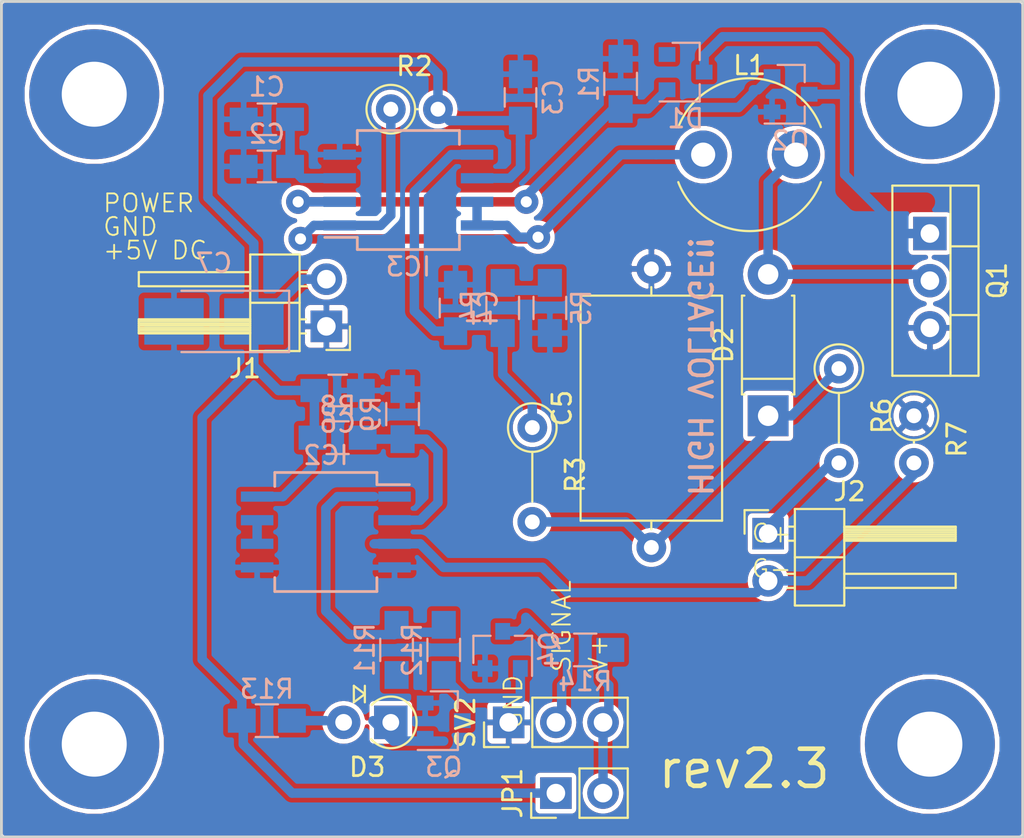
<source format=kicad_pcb>
(kicad_pcb (version 20171130) (host pcbnew "(5.0.0)")
  (layers (0 Top signal) (31 Bottom signal) (34 B.Paste user) (35 F.Paste user) (36 B.SilkS user) (37 F.SilkS user) (38 B.Mask user) (39 F.Mask user) (44 Edge.Cuts user))
  (net 0 "")
  (net 1 "Net-(Q4-Pad1)")
  (net 2 "Net-(Q4-Pad3)")
  (net 3 "Net-(Q3-Pad1)")
  (net 4 "Net-(C3-Pad1)")
  (net 5 "Net-(IC2-Pad1)")
  (net 6 "Net-(JP1-Pad2)")
  (net 7 "Net-(C5-Pad1)")
  (net 8 "Net-(C4-Pad1)")
  (net 9 "Net-(R4-Pad1)")
  (net 10 "Net-(IC2-Pad3)")
  (net 11 "Net-(D1-Pad1)")
  (net 12 "Net-(IC2-Pad6)")
  (net 13 "Net-(IC2-Pad2)")
  (net 14 "Net-(J2-Pad1)")
  (net 15 "Net-(IC3-Pad1)")
  (net 16 "Net-(C1-Pad1)")
  (net 17 GND)
  (net 18 "Net-(D3-Pad2)")
  (net 19 "Net-(D3-Pad1)")
  (net 20 "Net-(D1-Pad2)")
  (net 21 "Net-(D2-Pad2)")
  (module Housings_SOIC:SO-8_5.3x6.2mm_Pitch1.27mm (layer Bottom) (at 141.9161 95.1586)
    (fp_text reference IC3 (at 0 4.13) (layer B.SilkS) (effects (justify mirror)))
    (fp_text value MC34063AD)
    (fp_line (start -2.75 3.205) (end -2.75 2.55) (layer B.SilkS) (width 0.15))
    (fp_line (start 2.75 3.205) (end 2.75 2.455) (layer B.SilkS) (width 0.15))
    (fp_line (start 2.75 -3.205) (end 2.75 -2.455) (layer B.SilkS) (width 0.15))
    (fp_line (start -2.75 -3.205) (end -2.75 -2.455) (layer B.SilkS) (width 0.15))
    (fp_line (start -2.75 3.205) (end 2.75 3.205) (layer B.SilkS) (width 0.15))
    (fp_line (start -2.75 -3.205) (end 2.75 -3.205) (layer B.SilkS) (width 0.15))
    (fp_line (start -2.75 2.55) (end -4.5 2.55) (layer B.SilkS) (width 0.15))
    (pad 1 smd rect (at -3.7 1.905) (size 1.75 0.55) (layers Bottom B.Paste B.Mask) (net 15 "Net-(IC3-Pad1)"))
    (pad 2 smd rect (at -3.7 0.635) (size 1.75 0.55) (layers Bottom B.Paste B.Mask) (net 20 "Net-(D1-Pad2)"))
    (pad 3 smd rect (at -3.7 -0.635) (size 1.75 0.55) (layers Bottom B.Paste B.Mask) (net 16 "Net-(C1-Pad1)"))
    (pad 4 smd rect (at -3.7 -1.905) (size 1.75 0.55) (layers Bottom B.Paste B.Mask) (net 17 GND))
    (pad 5 smd rect (at 3.7 -1.905) (size 1.75 0.55) (layers Bottom B.Paste B.Mask) (net 8 "Net-(C4-Pad1)"))
    (pad 6 smd rect (at 3.7 -0.635) (size 1.75 0.55) (layers Bottom B.Paste B.Mask) (net 4 "Net-(C3-Pad1)"))
    (pad 7 smd rect (at 3.7 0.635) (size 1.75 0.55) (layers Bottom B.Paste B.Mask) (net 15 "Net-(IC3-Pad1)"))
    (pad 8 smd rect (at 3.7 1.905) (size 1.75 0.55) (layers Bottom B.Paste B.Mask) (net 15 "Net-(IC3-Pad1)"))
  )
  (module Mounting_Holes:MountingHole_3.5mm_Pad (layer Top) (at 170 90)
    (fp_text reference REF** hide)
    (fp_text value MountingHole_3.5mm_Pad)
    (pad 1 thru_hole circle (at 0 0) (size 7 7) (drill 3.5) (layers *.Cu *.Mask))
  )
  (module Mounting_Holes:MountingHole_3.5mm_Pad (layer Top) (at 125 90)
    (fp_text reference REF** hide)
    (fp_text value MountingHole_3.5mm_Pad)
    (pad 1 thru_hole circle (at 0 0) (size 7 7) (drill 3.5) (layers *.Cu *.Mask))
  )
  (module Mounting_Holes:MountingHole_3.5mm_Pad (layer Top) (at 170 125)
    (fp_text reference REF** hide)
    (fp_text value MountingHole_3.5mm_Pad)
    (pad 1 thru_hole circle (at 0 0) (size 7 7) (drill 3.5) (layers *.Cu *.Mask))
  )
  (module Capacitors_Tantalum_SMD:CP_Tantalum_Case-B_EIA-3528-21_Hand (layer Bottom) (at 131.445 102.235 180)
    (fp_text reference C7 (at 0 3.15 180) (layer B.SilkS) (effects (justify mirror)))
    (fp_text value 330u)
    (fp_line (start -4.05 1.65) (end -4.05 -1.65) (layer B.SilkS) (width 0.12))
    (fp_line (start -4.05 -1.65) (end 1.75 -1.65) (layer B.SilkS) (width 0.12))
    (fp_line (start -4.05 1.65) (end 1.75 1.65) (layer B.SilkS) (width 0.12))
    (pad 2 smd rect (at 2.15 0 180) (size 3.2 2.5) (layers Bottom B.Paste B.Mask) (net 17 GND))
    (pad 1 smd rect (at -2.15 0 180) (size 3.2 2.5) (layers Bottom B.Paste B.Mask) (net 4 "Net-(C3-Pad1)"))
  )
  (module Capacitors_SMD:C_0805_HandSoldering (layer Bottom) (at 134.2961 91.3486 180)
    (fp_text reference C1 (at 0 1.75 180) (layer B.SilkS) (effects (justify mirror)))
    (fp_text value 32n)
    (fp_line (start 0.5 0.85) (end -0.5 0.85) (layer B.SilkS) (width 0.12))
    (fp_line (start -0.5 -0.85) (end 0.5 -0.85) (layer B.SilkS) (width 0.12))
    (pad 1 smd rect (at -1.25 0 180) (size 1.5 1.25) (layers Bottom B.Paste B.Mask) (net 16 "Net-(C1-Pad1)"))
    (pad 2 smd rect (at 1.25 0 180) (size 1.5 1.25) (layers Bottom B.Paste B.Mask) (net 17 GND))
  )
  (module Capacitors_SMD:C_0805_HandSoldering (layer Bottom) (at 134.2961 93.8886 180)
    (fp_text reference C2 (at 0 1.75 180) (layer B.SilkS) (effects (justify mirror)))
    (fp_text value 32n)
    (fp_line (start -0.5 -0.85) (end 0.5 -0.85) (layer B.SilkS) (width 0.12))
    (fp_line (start 0.5 0.85) (end -0.5 0.85) (layer B.SilkS) (width 0.12))
    (pad 2 smd rect (at 1.25 0 180) (size 1.5 1.25) (layers Bottom B.Paste B.Mask) (net 17 GND))
    (pad 1 smd rect (at -1.25 0 180) (size 1.5 1.25) (layers Bottom B.Paste B.Mask) (net 16 "Net-(C1-Pad1)"))
  )
  (module Capacitors_SMD:C_0805_HandSoldering (layer Bottom) (at 147.955 90.17 90)
    (fp_text reference C3 (at 0 1.75 90) (layer B.SilkS) (effects (justify mirror)))
    (fp_text value 100n)
    (fp_line (start 0.5 0.85) (end -0.5 0.85) (layer B.SilkS) (width 0.12))
    (fp_line (start -0.5 -0.85) (end 0.5 -0.85) (layer B.SilkS) (width 0.12))
    (pad 1 smd rect (at -1.25 0 90) (size 1.5 1.25) (layers Bottom B.Paste B.Mask) (net 4 "Net-(C3-Pad1)"))
    (pad 2 smd rect (at 1.25 0 90) (size 1.5 1.25) (layers Bottom B.Paste B.Mask) (net 17 GND))
  )
  (module Capacitors_SMD:C_0805_HandSoldering (layer Bottom) (at 144.4561 101.5086 90)
    (fp_text reference C4 (at 0 1.75 90) (layer B.SilkS) (effects (justify mirror)))
    (fp_text value 10n)
    (fp_line (start -0.5 -0.85) (end 0.5 -0.85) (layer B.SilkS) (width 0.12))
    (fp_line (start 0.5 0.85) (end -0.5 0.85) (layer B.SilkS) (width 0.12))
    (pad 2 smd rect (at 1.25 0 90) (size 1.5 1.25) (layers Bottom B.Paste B.Mask) (net 17 GND))
    (pad 1 smd rect (at -1.25 0 90) (size 1.5 1.25) (layers Bottom B.Paste B.Mask) (net 8 "Net-(C4-Pad1)"))
  )
  (module Capacitors_SMD:C_0805_HandSoldering (layer Bottom) (at 138.1061 105.9536)
    (fp_text reference C6 (at 0 1.75) (layer B.SilkS) (effects (justify mirror)))
    (fp_text value 100n)
    (fp_line (start -0.5 -0.85) (end 0.5 -0.85) (layer B.SilkS) (width 0.12))
    (fp_line (start 0.5 0.85) (end -0.5 0.85) (layer B.SilkS) (width 0.12))
    (pad 2 smd rect (at 1.25 0) (size 1.5 1.25) (layers Bottom B.Paste B.Mask) (net 17 GND))
    (pad 1 smd rect (at -1.25 0) (size 1.5 1.25) (layers Bottom B.Paste B.Mask) (net 4 "Net-(C3-Pad1)"))
  )
  (module Resistors_SMD:R_0805_HandSoldering (layer Bottom) (at 153.3461 89.4436 270)
    (fp_text reference R1 (at 0 1.7 270) (layer B.SilkS) (effects (justify mirror)))
    (fp_text value 10k)
    (fp_line (start 0.6 -0.88) (end -0.6 -0.88) (layer B.SilkS) (width 0.12))
    (fp_line (start -0.6 0.88) (end 0.6 0.88) (layer B.SilkS) (width 0.12))
    (pad 1 smd rect (at -1.35 0 270) (size 1.5 1.3) (layers Bottom B.Paste B.Mask) (net 17 GND))
    (pad 2 smd rect (at 1.35 0 270) (size 1.5 1.3) (layers Bottom B.Paste B.Mask) (net 20 "Net-(D1-Pad2)"))
  )
  (module Resistors_SMD:R_0805_HandSoldering (layer Bottom) (at 146.9961 101.5086 270)
    (fp_text reference R4 (at 0 1.7 270) (layer B.SilkS) (effects (justify mirror)))
    (fp_text value 30k+1k)
    (fp_line (start -0.6 0.88) (end 0.6 0.88) (layer B.SilkS) (width 0.12))
    (fp_line (start 0.6 -0.88) (end -0.6 -0.88) (layer B.SilkS) (width 0.12))
    (pad 2 smd rect (at 1.35 0 270) (size 1.5 1.3) (layers Bottom B.Paste B.Mask) (net 8 "Net-(C4-Pad1)"))
    (pad 1 smd rect (at -1.35 0 270) (size 1.5 1.3) (layers Bottom B.Paste B.Mask) (net 9 "Net-(R4-Pad1)"))
  )
  (module Resistors_SMD:R_0805_HandSoldering (layer Bottom) (at 149.5361 101.5086 90)
    (fp_text reference R5 (at 0 1.7 90) (layer B.SilkS) (effects (justify mirror)))
    (fp_text value 30k+1k)
    (fp_line (start -0.6 0.88) (end 0.6 0.88) (layer B.SilkS) (width 0.12))
    (fp_line (start 0.6 -0.88) (end -0.6 -0.88) (layer B.SilkS) (width 0.12))
    (pad 2 smd rect (at 1.35 0 90) (size 1.5 1.3) (layers Bottom B.Paste B.Mask) (net 9 "Net-(R4-Pad1)"))
    (pad 1 smd rect (at -1.35 0 90) (size 1.5 1.3) (layers Bottom B.Paste B.Mask) (net 17 GND))
  )
  (module Resistors_SMD:R_0805_HandSoldering (layer Bottom) (at 138.1061 108.4936 180)
    (fp_text reference R8 (at 0 1.7 180) (layer B.SilkS) (effects (justify mirror)))
    (fp_text value R-EU_R0805)
    (fp_line (start 0.6 -0.88) (end -0.6 -0.88) (layer B.SilkS) (width 0.12))
    (fp_line (start -0.6 0.88) (end 0.6 0.88) (layer B.SilkS) (width 0.12))
    (pad 1 smd rect (at -1.35 0 180) (size 1.5 1.3) (layers Bottom B.Paste B.Mask) (net 13 "Net-(IC2-Pad2)"))
    (pad 2 smd rect (at 1.35 0 180) (size 1.5 1.3) (layers Bottom B.Paste B.Mask) (net 4 "Net-(C3-Pad1)"))
  )
  (module Resistors_SMD:R_0805_HandSoldering (layer Bottom) (at 141.605 107.2236 270)
    (fp_text reference R9 (at 0 1.7 270) (layer B.SilkS) (effects (justify mirror)))
    (fp_text value 470R)
    (fp_line (start 0.6 -0.88) (end -0.6 -0.88) (layer B.SilkS) (width 0.12))
    (fp_line (start -0.6 0.88) (end 0.6 0.88) (layer B.SilkS) (width 0.12))
    (pad 1 smd rect (at -1.35 0 270) (size 1.5 1.3) (layers Bottom B.Paste B.Mask) (net 17 GND))
    (pad 2 smd rect (at 1.35 0 270) (size 1.5 1.3) (layers Bottom B.Paste B.Mask) (net 13 "Net-(IC2-Pad2)"))
  )
  (module Resistors_SMD:R_0805_HandSoldering (layer Bottom) (at 141.2811 119.9236 270)
    (fp_text reference R11 (at 0 1.7 270) (layer B.SilkS) (effects (justify mirror)))
    (fp_text value 1k)
    (fp_line (start -0.6 0.88) (end 0.6 0.88) (layer B.SilkS) (width 0.12))
    (fp_line (start 0.6 -0.88) (end -0.6 -0.88) (layer B.SilkS) (width 0.12))
    (pad 2 smd rect (at 1.35 0 270) (size 1.5 1.3) (layers Bottom B.Paste B.Mask) (net 3 "Net-(Q3-Pad1)"))
    (pad 1 smd rect (at -1.35 0 270) (size 1.5 1.3) (layers Bottom B.Paste B.Mask) (net 5 "Net-(IC2-Pad1)"))
  )
  (module Resistors_SMD:R_0805_HandSoldering (layer Bottom) (at 143.8211 119.9236 270)
    (fp_text reference R12 (at 0 1.7 270) (layer B.SilkS) (effects (justify mirror)))
    (fp_text value 1k)
    (fp_line (start -0.6 0.88) (end 0.6 0.88) (layer B.SilkS) (width 0.12))
    (fp_line (start 0.6 -0.88) (end -0.6 -0.88) (layer B.SilkS) (width 0.12))
    (pad 2 smd rect (at 1.35 0 270) (size 1.5 1.3) (layers Bottom B.Paste B.Mask) (net 1 "Net-(Q4-Pad1)"))
    (pad 1 smd rect (at -1.35 0 270) (size 1.5 1.3) (layers Bottom B.Paste B.Mask) (net 5 "Net-(IC2-Pad1)"))
  )
  (module Resistors_SMD:R_0805_HandSoldering (layer Bottom) (at 134.2961 123.7336 180)
    (fp_text reference R13 (at 0 1.7 180) (layer B.SilkS) (effects (justify mirror)))
    (fp_text value 510R)
    (fp_line (start 0.6 -0.88) (end -0.6 -0.88) (layer B.SilkS) (width 0.12))
    (fp_line (start -0.6 0.88) (end 0.6 0.88) (layer B.SilkS) (width 0.12))
    (pad 1 smd rect (at -1.35 0 180) (size 1.5 1.3) (layers Bottom B.Paste B.Mask) (net 18 "Net-(D3-Pad2)"))
    (pad 2 smd rect (at 1.35 0 180) (size 1.5 1.3) (layers Bottom B.Paste B.Mask) (net 4 "Net-(C3-Pad1)"))
  )
  (module Capacitors_THT:C_Axial_L12.0mm_D7.5mm_P15.00mm_Horizontal (layer Top) (at 155 114.405 90)
    (fp_text reference C5 (at 7.5 -4.81 90) (layer F.SilkS))
    (fp_text value 100n/630V)
    (fp_line (start 14.02 0) (end 13.56 0) (layer F.SilkS) (width 0.12))
    (fp_line (start 0.98 0) (end 1.44 0) (layer F.SilkS) (width 0.12))
    (fp_line (start 13.56 -3.81) (end 1.44 -3.81) (layer F.SilkS) (width 0.12))
    (fp_line (start 13.56 3.81) (end 13.56 -3.81) (layer F.SilkS) (width 0.12))
    (fp_line (start 1.44 3.81) (end 13.56 3.81) (layer F.SilkS) (width 0.12))
    (fp_line (start 1.44 -3.81) (end 1.44 3.81) (layer F.SilkS) (width 0.12))
    (pad 2 thru_hole oval (at 15 0 90) (size 1.6 1.6) (drill 0.8) (layers *.Cu *.Mask) (net 17 GND))
    (pad 1 thru_hole circle (at 0 0 90) (size 1.6 1.6) (drill 0.8) (layers *.Cu *.Mask) (net 7 "Net-(C5-Pad1)"))
  )
  (module Pin_Headers:Pin_Header_Angled_1x02_Pitch2.54mm (layer Top) (at 137.5 102.5 180)
    (fp_text reference J1 (at 4.385 -2.27 180) (layer F.SilkS))
    (fp_text value 22-?-0205-7028)
    (fp_line (start -1.27 -1.27) (end 0 -1.27) (layer F.SilkS) (width 0.12))
    (fp_line (start -1.27 0) (end -1.27 -1.27) (layer F.SilkS) (width 0.12))
    (fp_line (start 1.042929 2.92) (end 1.44 2.92) (layer F.SilkS) (width 0.12))
    (fp_line (start 1.042929 2.16) (end 1.44 2.16) (layer F.SilkS) (width 0.12))
    (fp_line (start 10.1 2.92) (end 4.1 2.92) (layer F.SilkS) (width 0.12))
    (fp_line (start 10.1 2.16) (end 10.1 2.92) (layer F.SilkS) (width 0.12))
    (fp_line (start 4.1 2.16) (end 10.1 2.16) (layer F.SilkS) (width 0.12))
    (fp_line (start 1.44 1.27) (end 4.1 1.27) (layer F.SilkS) (width 0.12))
    (fp_line (start 1.11 0.38) (end 1.44 0.38) (layer F.SilkS) (width 0.12))
    (fp_line (start 1.11 -0.38) (end 1.44 -0.38) (layer F.SilkS) (width 0.12))
    (fp_line (start 4.1 0.28) (end 10.1 0.28) (layer F.SilkS) (width 0.12))
    (fp_line (start 4.1 0.16) (end 10.1 0.16) (layer F.SilkS) (width 0.12))
    (fp_line (start 4.1 0.04) (end 10.1 0.04) (layer F.SilkS) (width 0.12))
    (fp_line (start 4.1 -0.08) (end 10.1 -0.08) (layer F.SilkS) (width 0.12))
    (fp_line (start 4.1 -0.2) (end 10.1 -0.2) (layer F.SilkS) (width 0.12))
    (fp_line (start 4.1 -0.32) (end 10.1 -0.32) (layer F.SilkS) (width 0.12))
    (fp_line (start 10.1 0.38) (end 4.1 0.38) (layer F.SilkS) (width 0.12))
    (fp_line (start 10.1 -0.38) (end 10.1 0.38) (layer F.SilkS) (width 0.12))
    (fp_line (start 4.1 -0.38) (end 10.1 -0.38) (layer F.SilkS) (width 0.12))
    (fp_line (start 4.1 -1.33) (end 1.44 -1.33) (layer F.SilkS) (width 0.12))
    (fp_line (start 4.1 3.87) (end 4.1 -1.33) (layer F.SilkS) (width 0.12))
    (fp_line (start 1.44 3.87) (end 4.1 3.87) (layer F.SilkS) (width 0.12))
    (fp_line (start 1.44 -1.33) (end 1.44 3.87) (layer F.SilkS) (width 0.12))
    (pad 2 thru_hole oval (at 0 2.54 180) (size 1.7 1.7) (drill 1) (layers *.Cu *.Mask) (net 4 "Net-(C3-Pad1)"))
    (pad 1 thru_hole rect (at 0 0 180) (size 1.7 1.7) (drill 1) (layers *.Cu *.Mask) (net 17 GND))
  )
  (module Pin_Headers:Pin_Header_Angled_1x02_Pitch2.54mm (layer Top) (at 161.29 113.665)
    (fp_text reference J2 (at 4.385 -2.27) (layer F.SilkS))
    (fp_text value 22-?-0205-7028)
    (fp_line (start 1.44 -1.33) (end 1.44 3.87) (layer F.SilkS) (width 0.12))
    (fp_line (start 1.44 3.87) (end 4.1 3.87) (layer F.SilkS) (width 0.12))
    (fp_line (start 4.1 3.87) (end 4.1 -1.33) (layer F.SilkS) (width 0.12))
    (fp_line (start 4.1 -1.33) (end 1.44 -1.33) (layer F.SilkS) (width 0.12))
    (fp_line (start 4.1 -0.38) (end 10.1 -0.38) (layer F.SilkS) (width 0.12))
    (fp_line (start 10.1 -0.38) (end 10.1 0.38) (layer F.SilkS) (width 0.12))
    (fp_line (start 10.1 0.38) (end 4.1 0.38) (layer F.SilkS) (width 0.12))
    (fp_line (start 4.1 -0.32) (end 10.1 -0.32) (layer F.SilkS) (width 0.12))
    (fp_line (start 4.1 -0.2) (end 10.1 -0.2) (layer F.SilkS) (width 0.12))
    (fp_line (start 4.1 -0.08) (end 10.1 -0.08) (layer F.SilkS) (width 0.12))
    (fp_line (start 4.1 0.04) (end 10.1 0.04) (layer F.SilkS) (width 0.12))
    (fp_line (start 4.1 0.16) (end 10.1 0.16) (layer F.SilkS) (width 0.12))
    (fp_line (start 4.1 0.28) (end 10.1 0.28) (layer F.SilkS) (width 0.12))
    (fp_line (start 1.11 -0.38) (end 1.44 -0.38) (layer F.SilkS) (width 0.12))
    (fp_line (start 1.11 0.38) (end 1.44 0.38) (layer F.SilkS) (width 0.12))
    (fp_line (start 1.44 1.27) (end 4.1 1.27) (layer F.SilkS) (width 0.12))
    (fp_line (start 4.1 2.16) (end 10.1 2.16) (layer F.SilkS) (width 0.12))
    (fp_line (start 10.1 2.16) (end 10.1 2.92) (layer F.SilkS) (width 0.12))
    (fp_line (start 10.1 2.92) (end 4.1 2.92) (layer F.SilkS) (width 0.12))
    (fp_line (start 1.042929 2.16) (end 1.44 2.16) (layer F.SilkS) (width 0.12))
    (fp_line (start 1.042929 2.92) (end 1.44 2.92) (layer F.SilkS) (width 0.12))
    (fp_line (start -1.27 0) (end -1.27 -1.27) (layer F.SilkS) (width 0.12))
    (fp_line (start -1.27 -1.27) (end 0 -1.27) (layer F.SilkS) (width 0.12))
    (pad 1 thru_hole rect (at 0 0) (size 1.7 1.7) (drill 1) (layers *.Cu *.Mask) (net 14 "Net-(J2-Pad1)"))
    (pad 2 thru_hole oval (at 0 2.54) (size 1.7 1.7) (drill 1) (layers *.Cu *.Mask) (net 10 "Net-(IC2-Pad3)"))
  )
  (module Resistors_THT:R_Axial_DIN0207_L6.3mm_D2.5mm_P2.54mm_Vertical (layer Top) (at 140.97 90.805)
    (fp_text reference R2 (at 1.27 -2.31) (layer F.SilkS))
    (fp_text value R22/0.5W)
    (fp_line (start 1.31 0) (end 1.44 0) (layer F.SilkS) (width 0.12))
    (fp_circle (center 0 0) (end 1.31 0) (layer F.SilkS) (width 0.12))
    (pad 2 thru_hole oval (at 2.54 0) (size 1.6 1.6) (drill 0.8) (layers *.Cu *.Mask) (net 4 "Net-(C3-Pad1)"))
    (pad 1 thru_hole circle (at 0 0) (size 1.6 1.6) (drill 0.8) (layers *.Cu *.Mask) (net 15 "Net-(IC3-Pad1)"))
  )
  (module Resistors_SMD:R_0805_HandSoldering (layer Bottom) (at 151.4411 119.9236)
    (fp_text reference R14 (at 0 1.7) (layer B.SilkS) (effects (justify mirror)))
    (fp_text value R-EU_M0805)
    (fp_line (start -0.6 0.88) (end 0.6 0.88) (layer B.SilkS) (width 0.12))
    (fp_line (start 0.6 -0.88) (end -0.6 -0.88) (layer B.SilkS) (width 0.12))
    (pad 2 smd rect (at 1.35 0) (size 1.5 1.3) (layers Bottom B.Paste B.Mask) (net 6 "Net-(JP1-Pad2)"))
    (pad 1 smd rect (at -1.35 0) (size 1.5 1.3) (layers Bottom B.Paste B.Mask) (net 2 "Net-(Q4-Pad3)"))
  )
  (module Diodes_SMD:D_SOT-23_ANK (layer Bottom) (at 156.845 88.8086)
    (fp_text reference D1 (at 0 2.5) (layer B.SilkS) (effects (justify mirror)))
    (fp_text value D_Schottky)
    (fp_line (start 0.76 -1.58) (end -0.7 -1.58) (layer B.SilkS) (width 0.12))
    (fp_line (start 0.76 1.58) (end -1.4 1.58) (layer B.SilkS) (width 0.12))
    (fp_line (start 0.76 1.58) (end 0.76 0.65) (layer B.SilkS) (width 0.12))
    (fp_line (start 0.76 -1.58) (end 0.76 -0.65) (layer B.SilkS) (width 0.12))
    (pad 1 smd rect (at 1 0) (size 0.9 0.8) (layers Bottom B.Paste B.Mask) (net 11 "Net-(D1-Pad1)"))
    (pad "" smd rect (at -1 -0.95) (size 0.9 0.8) (layers Bottom B.Paste B.Mask))
    (pad 2 smd rect (at -1 0.95) (size 0.9 0.8) (layers Bottom B.Paste B.Mask) (net 20 "Net-(D1-Pad2)"))
  )
  (module TO_SOT_Packages_SMD:SOT-23 (layer Bottom) (at 143.8211 123.7336)
    (fp_text reference Q3 (at 0 2.5) (layer B.SilkS) (effects (justify mirror)))
    (fp_text value BC848SMD)
    (fp_line (start 0.76 -1.58) (end -0.7 -1.58) (layer B.SilkS) (width 0.12))
    (fp_line (start 0.76 1.58) (end -1.4 1.58) (layer B.SilkS) (width 0.12))
    (fp_line (start 0.76 1.58) (end 0.76 0.65) (layer B.SilkS) (width 0.12))
    (fp_line (start 0.76 -1.58) (end 0.76 -0.65) (layer B.SilkS) (width 0.12))
    (pad 3 smd rect (at 1 0) (size 0.9 0.8) (layers Bottom B.Paste B.Mask) (net 19 "Net-(D3-Pad1)"))
    (pad 2 smd rect (at -1 -0.95) (size 0.9 0.8) (layers Bottom B.Paste B.Mask) (net 17 GND))
    (pad 1 smd rect (at -1 0.95) (size 0.9 0.8) (layers Bottom B.Paste B.Mask) (net 3 "Net-(Q3-Pad1)"))
  )
  (module TO_SOT_Packages_SMD:SOT-23 (layer Bottom) (at 146.9961 119.9236 90)
    (fp_text reference Q4 (at 0 2.5 90) (layer B.SilkS) (effects (justify mirror)))
    (fp_text value BC848SMD)
    (fp_line (start 0.76 -1.58) (end -0.7 -1.58) (layer B.SilkS) (width 0.12))
    (fp_line (start 0.76 1.58) (end -1.4 1.58) (layer B.SilkS) (width 0.12))
    (fp_line (start 0.76 1.58) (end 0.76 0.65) (layer B.SilkS) (width 0.12))
    (fp_line (start 0.76 -1.58) (end 0.76 -0.65) (layer B.SilkS) (width 0.12))
    (pad 3 smd rect (at 1 0 90) (size 0.9 0.8) (layers Bottom B.Paste B.Mask) (net 2 "Net-(Q4-Pad3)"))
    (pad 2 smd rect (at -1 -0.95 90) (size 0.9 0.8) (layers Bottom B.Paste B.Mask) (net 17 GND))
    (pad 1 smd rect (at -1 0.95 90) (size 0.9 0.8) (layers Bottom B.Paste B.Mask) (net 1 "Net-(Q4-Pad1)"))
  )
  (module Resistors_THT:R_Axial_DIN0207_L6.3mm_D2.5mm_P2.54mm_Vertical (layer Top) (at 169.1411 107.315 270)
    (fp_text reference R7 (at 1.27 -2.31 270) (layer F.SilkS))
    (fp_text value 10k)
    (fp_line (start 1.31 0) (end 1.44 0) (layer F.SilkS) (width 0.12))
    (fp_circle (center 0 0) (end 1.31 0) (layer F.SilkS) (width 0.12))
    (pad 2 thru_hole oval (at 2.54 0 270) (size 1.6 1.6) (drill 0.8) (layers *.Cu *.Mask) (net 10 "Net-(IC2-Pad3)"))
    (pad 1 thru_hole circle (at 0 0 270) (size 1.6 1.6) (drill 0.8) (layers *.Cu *.Mask) (net 17 GND))
  )
  (module TO_SOT_Packages_SMD:SOT-23 (layer Bottom) (at 162.5 90)
    (fp_text reference Q2 (at 0 2.5) (layer B.SilkS) (effects (justify mirror)))
    (fp_text value BC558)
    (fp_line (start 0.76 -1.58) (end -0.7 -1.58) (layer B.SilkS) (width 0.12))
    (fp_line (start 0.76 1.58) (end -1.4 1.58) (layer B.SilkS) (width 0.12))
    (fp_line (start 0.76 1.58) (end 0.76 0.65) (layer B.SilkS) (width 0.12))
    (fp_line (start 0.76 -1.58) (end 0.76 -0.65) (layer B.SilkS) (width 0.12))
    (pad 3 smd rect (at 1 0) (size 0.9 0.8) (layers Bottom B.Paste B.Mask) (net 11 "Net-(D1-Pad1)"))
    (pad 2 smd rect (at -1 -0.95) (size 0.9 0.8) (layers Bottom B.Paste B.Mask) (net 20 "Net-(D1-Pad2)"))
    (pad 1 smd rect (at -1 0.95) (size 0.9 0.8) (layers Bottom B.Paste B.Mask) (net 17 GND))
  )
  (module Resistors_THT:R_Axial_DIN0207_L6.3mm_D2.5mm_P5.08mm_Vertical (layer Top) (at 148.59 107.95 270)
    (fp_text reference R3 (at 2.54 -2.31 270) (layer F.SilkS))
    (fp_text value 10M)
    (fp_line (start 1.31 0) (end 3.98 0) (layer F.SilkS) (width 0.12))
    (fp_circle (center 0 0) (end 1.31 0) (layer F.SilkS) (width 0.12))
    (pad 2 thru_hole oval (at 5.08 0 270) (size 1.6 1.6) (drill 0.8) (layers *.Cu *.Mask) (net 7 "Net-(C5-Pad1)"))
    (pad 1 thru_hole circle (at 0 0 270) (size 1.6 1.6) (drill 0.8) (layers *.Cu *.Mask) (net 8 "Net-(C4-Pad1)"))
  )
  (module Resistors_THT:R_Axial_DIN0207_L6.3mm_D2.5mm_P5.08mm_Vertical (layer Top) (at 165.1 104.775 270)
    (fp_text reference R6 (at 2.54 -2.31 270) (layer F.SilkS))
    (fp_text value 6M8)
    (fp_circle (center 0 0) (end 1.31 0) (layer F.SilkS) (width 0.12))
    (fp_line (start 1.31 0) (end 3.98 0) (layer F.SilkS) (width 0.12))
    (pad 1 thru_hole circle (at 0 0 270) (size 1.6 1.6) (drill 0.8) (layers *.Cu *.Mask) (net 7 "Net-(C5-Pad1)"))
    (pad 2 thru_hole oval (at 5.08 0 270) (size 1.6 1.6) (drill 0.8) (layers *.Cu *.Mask) (net 14 "Net-(J2-Pad1)"))
  )
  (module Diodes_THT:D_DO-41_SOD81_P7.62mm_Horizontal (layer Top) (at 161.29 107.315 90)
    (fp_text reference D2 (at 3.81 -2.41 90) (layer F.SilkS))
    (fp_text value 1n4007)
    (fp_line (start 1.99 -1.41) (end 1.99 1.41) (layer F.SilkS) (width 0.12))
    (fp_line (start 6.47 1.41) (end 6.47 1.28) (layer F.SilkS) (width 0.12))
    (fp_line (start 1.15 1.41) (end 6.47 1.41) (layer F.SilkS) (width 0.12))
    (fp_line (start 1.15 1.28) (end 1.15 1.41) (layer F.SilkS) (width 0.12))
    (fp_line (start 6.47 -1.41) (end 6.47 -1.28) (layer F.SilkS) (width 0.12))
    (fp_line (start 1.15 -1.41) (end 6.47 -1.41) (layer F.SilkS) (width 0.12))
    (fp_line (start 1.15 -1.28) (end 1.15 -1.41) (layer F.SilkS) (width 0.12))
    (pad 2 thru_hole oval (at 7.62 0 90) (size 2.2 2.2) (drill 1.1) (layers *.Cu *.Mask) (net 21 "Net-(D2-Pad2)"))
    (pad 1 thru_hole rect (at 0 0 90) (size 2.2 2.2) (drill 1.1) (layers *.Cu *.Mask) (net 7 "Net-(C5-Pad1)"))
  )
  (module Housings_SOIC:SO-8_5.3x6.2mm_Pitch1.27mm (layer Bottom) (at 137.4711 113.5736 180)
    (fp_text reference IC2 (at 0 4.13 180) (layer B.SilkS) (effects (justify mirror)))
    (fp_text value LM358D)
    (fp_line (start -2.75 2.55) (end -4.5 2.55) (layer B.SilkS) (width 0.15))
    (fp_line (start -2.75 -3.205) (end 2.75 -3.205) (layer B.SilkS) (width 0.15))
    (fp_line (start -2.75 3.205) (end 2.75 3.205) (layer B.SilkS) (width 0.15))
    (fp_line (start -2.75 -3.205) (end -2.75 -2.455) (layer B.SilkS) (width 0.15))
    (fp_line (start 2.75 -3.205) (end 2.75 -2.455) (layer B.SilkS) (width 0.15))
    (fp_line (start 2.75 3.205) (end 2.75 2.455) (layer B.SilkS) (width 0.15))
    (fp_line (start -2.75 3.205) (end -2.75 2.55) (layer B.SilkS) (width 0.15))
    (pad 8 smd rect (at 3.7 1.905 180) (size 1.75 0.55) (layers Bottom B.Paste B.Mask) (net 4 "Net-(C3-Pad1)"))
    (pad 7 smd rect (at 3.7 0.635 180) (size 1.75 0.55) (layers Bottom B.Paste B.Mask) (net 12 "Net-(IC2-Pad6)"))
    (pad 6 smd rect (at 3.7 -0.635 180) (size 1.75 0.55) (layers Bottom B.Paste B.Mask) (net 12 "Net-(IC2-Pad6)"))
    (pad 5 smd rect (at 3.7 -1.905 180) (size 1.75 0.55) (layers Bottom B.Paste B.Mask) (net 17 GND))
    (pad 4 smd rect (at -3.7 -1.905 180) (size 1.75 0.55) (layers Bottom B.Paste B.Mask) (net 17 GND))
    (pad 3 smd rect (at -3.7 -0.635 180) (size 1.75 0.55) (layers Bottom B.Paste B.Mask) (net 10 "Net-(IC2-Pad3)"))
    (pad 2 smd rect (at -3.7 0.635 180) (size 1.75 0.55) (layers Bottom B.Paste B.Mask) (net 13 "Net-(IC2-Pad2)"))
    (pad 1 smd rect (at -3.7 1.905 180) (size 1.75 0.55) (layers Bottom B.Paste B.Mask) (net 5 "Net-(IC2-Pad1)"))
  )
  (module Pin_Headers:Pin_Header_Straight_1x02_Pitch2.54mm (layer Top) (at 149.86 127.635 90)
    (fp_text reference JP1 (at 0 -2.33 90) (layer F.SilkS))
    (fp_text value JP1E)
    (fp_line (start -1.33 -1.33) (end 0 -1.33) (layer F.SilkS) (width 0.12))
    (fp_line (start -1.33 0) (end -1.33 -1.33) (layer F.SilkS) (width 0.12))
    (fp_line (start -1.33 1.27) (end 1.33 1.27) (layer F.SilkS) (width 0.12))
    (fp_line (start 1.33 1.27) (end 1.33 3.87) (layer F.SilkS) (width 0.12))
    (fp_line (start -1.33 1.27) (end -1.33 3.87) (layer F.SilkS) (width 0.12))
    (fp_line (start -1.33 3.87) (end 1.33 3.87) (layer F.SilkS) (width 0.12))
    (pad 2 thru_hole oval (at 0 2.54 90) (size 1.7 1.7) (drill 1) (layers *.Cu *.Mask) (net 6 "Net-(JP1-Pad2)"))
    (pad 1 thru_hole rect (at 0 0 90) (size 1.7 1.7) (drill 1) (layers *.Cu *.Mask) (net 4 "Net-(C3-Pad1)"))
  )
  (module Inductors_THT:L_Radial_D7.5mm_P5.00mm_Fastron_07P (layer Top) (at 157.7911 93.2536)
    (fp_text reference L1 (at 2.5 -4.81) (layer F.SilkS))
    (fp_text value 680m)
    (fp_arc (start 2.5 0) (end -1.34 1.48) (angle -137.8) (layer F.SilkS) (width 0.12))
    (fp_arc (start 2.5 0) (end -1.34 -1.48) (angle 137.8) (layer F.SilkS) (width 0.12))
    (pad 2 thru_hole circle (at 5 0) (size 2.6 2.6) (drill 1.3) (layers *.Cu *.Mask) (net 21 "Net-(D2-Pad2)"))
    (pad 1 thru_hole circle (at 0 0) (size 2.6 2.6) (drill 1.3) (layers *.Cu *.Mask) (net 15 "Net-(IC3-Pad1)"))
  )
  (module Pin_Headers:Pin_Header_Straight_1x03_Pitch2.54mm (layer Top) (at 147.32 123.825 90)
    (fp_text reference SV2 (at 0 -2.33 90) (layer F.SilkS))
    (fp_text value MA03-1)
    (fp_line (start -1.33 -1.33) (end 0 -1.33) (layer F.SilkS) (width 0.12))
    (fp_line (start -1.33 0) (end -1.33 -1.33) (layer F.SilkS) (width 0.12))
    (fp_line (start -1.33 1.27) (end 1.33 1.27) (layer F.SilkS) (width 0.12))
    (fp_line (start 1.33 1.27) (end 1.33 6.41) (layer F.SilkS) (width 0.12))
    (fp_line (start -1.33 1.27) (end -1.33 6.41) (layer F.SilkS) (width 0.12))
    (fp_line (start -1.33 6.41) (end 1.33 6.41) (layer F.SilkS) (width 0.12))
    (pad 3 thru_hole oval (at 0 5.08 90) (size 1.7 1.7) (drill 1) (layers *.Cu *.Mask) (net 6 "Net-(JP1-Pad2)"))
    (pad 2 thru_hole oval (at 0 2.54 90) (size 1.7 1.7) (drill 1) (layers *.Cu *.Mask) (net 2 "Net-(Q4-Pad3)"))
    (pad 1 thru_hole rect (at 0 0 90) (size 1.7 1.7) (drill 1) (layers *.Cu *.Mask) (net 17 GND))
  )
  (module Diodes_THT:D_A-405_P2.54mm_Vertical_AnodeUp (layer Top) (at 140.97 123.825 180)
    (fp_text reference D3 (at 1.27 -2.41 180) (layer F.SilkS))
    (fp_text value LED)
    (fp_arc (start 0 0) (end 1.059811 -0.9) (angle -277.5) (layer F.SilkS) (width 0.12))
    (fp_line (start 1.989667 1.969) (end 1.397 1.5245) (layer F.SilkS) (width 0.12))
    (fp_line (start 1.989667 1.08) (end 1.989667 1.969) (layer F.SilkS) (width 0.12))
    (fp_line (start 1.397 1.5245) (end 1.989667 1.08) (layer F.SilkS) (width 0.12))
    (fp_line (start 1.397 1.08) (end 1.397 1.969) (layer F.SilkS) (width 0.12))
    (pad 2 thru_hole oval (at 2.54 0 180) (size 1.8 1.8) (drill 0.9) (layers *.Cu *.Mask) (net 18 "Net-(D3-Pad2)"))
    (pad 1 thru_hole rect (at 0 0 180) (size 1.8 1.8) (drill 0.9) (layers *.Cu *.Mask) (net 19 "Net-(D3-Pad1)"))
  )
  (module TO_SOT_Packages_THT:TO-220-3_Vertical (layer Top) (at 170 97.5 270)
    (fp_text reference Q1 (at 2.54 -3.62 270) (layer F.SilkS))
    (fp_text value IRF840)
    (fp_line (start 4.391 -2.62) (end 4.391 -1.11) (layer F.SilkS) (width 0.12))
    (fp_line (start 0.69 -2.62) (end 0.69 -1.11) (layer F.SilkS) (width 0.12))
    (fp_line (start -2.58 -1.11) (end 7.66 -1.11) (layer F.SilkS) (width 0.12))
    (fp_line (start 7.66 -2.62) (end 7.66 2.021) (layer F.SilkS) (width 0.12))
    (fp_line (start -2.58 -2.62) (end -2.58 2.021) (layer F.SilkS) (width 0.12))
    (fp_line (start -2.58 2.021) (end 7.66 2.021) (layer F.SilkS) (width 0.12))
    (fp_line (start -2.58 -2.62) (end 7.66 -2.62) (layer F.SilkS) (width 0.12))
    (pad 3 thru_hole oval (at 5.08 0 270) (size 1.8 1.8) (drill 1) (layers *.Cu *.Mask) (net 17 GND))
    (pad 2 thru_hole oval (at 2.54 0 270) (size 1.8 1.8) (drill 1) (layers *.Cu *.Mask) (net 21 "Net-(D2-Pad2)"))
    (pad 1 thru_hole rect (at 0 0 270) (size 1.8 1.8) (drill 1) (layers *.Cu *.Mask) (net 11 "Net-(D1-Pad1)"))
  )
  (module Mounting_Holes:MountingHole_3.5mm_Pad (layer Top) (at 125 125)
    (fp_text reference REF** hide)
    (fp_text value MountingHole_3.5mm_Pad)
    (pad 1 thru_hole circle (at 0 0) (size 7 7) (drill 3.5) (layers *.Cu *.Mask))
  )
  (gr_line (start 120 130) (end 120 85) (layer Edge.Cuts) (width 0.15))
  (gr_line (start 175 130) (end 120 130) (layer Edge.Cuts) (width 0.15))
  (gr_line (start 175 85) (end 175 130) (layer Edge.Cuts) (width 0.15))
  (gr_line (start 120 85) (end 175 85) (layer Edge.Cuts) (width 0.15))
  (gr_text "rev2.3\n" (at 160 127.5) (layer F.SilkS) (effects (font (size 2 2) (thickness 0.25)) (justify bottom)))
  (gr_text GND (at 125.4061 97.6986) (layer F.SilkS) (effects (font (size 0.9652 0.9652) (thickness 0.1016)) (justify left bottom)))
  (gr_text "+5V DC" (at 125.4061 98.9686) (layer F.SilkS) (effects (font (size 0.9652 0.9652) (thickness 0.1016)) (justify left bottom)))
  (gr_text G- (at 160.3311 116.1136) (layer F.SilkS) (effects (font (size 0.9652 0.9652) (thickness 0.1016)) (justify left bottom)))
  (gr_text G+ (at 160.3311 114.2086) (layer F.SilkS) (effects (font (size 0.9652 0.9652) (thickness 0.1016)) (justify left bottom)))
  (gr_text V+ (at 152.7111 121.1936 90) (layer F.SilkS) (effects (font (size 0.9652 0.9652) (thickness 0.1016)) (justify left bottom)))
  (gr_text SIGNAL (at 150.1711 121.1936 90) (layer F.SilkS) (effects (font (size 0.9652 0.9652) (thickness 0.1016)) (justify left)))
  (gr_text GND (at 146.9961 121.1936 90) (layer F.SilkS) (effects (font (size 0.9652 0.9652) (thickness 0.1016)) (justify right top)))
  (gr_text "HIGH VOLTAGE!!" (at 156.9021 111.76 -90) (layer B.SilkS) (effects (font (size 1.2065 1.2065) (thickness 0.2032)) (justify left bottom mirror)))
  (gr_text POWER (at 125.4061 96.4286) (layer F.SilkS) (effects (font (size 0.9652 0.9652) (thickness 0.1016)) (justify left bottom)))
  (segment (start 147.9461 120.9236) (end 147.9461 122.520999) (width 0.508) (layer Bottom) (net 1))
  (segment (start 143.8211 121.3736) (end 143.8211 121.2736) (width 0.508) (layer Bottom) (net 1))
  (segment (start 144.9791 122.5316) (end 143.8211 121.3736) (width 0.508) (layer Bottom) (net 1))
  (segment (start 145.057898 122.5316) (end 144.9791 122.5316) (width 0.508) (layer Bottom) (net 1))
  (segment (start 145.068499 122.520999) (end 145.057898 122.5316) (width 0.508) (layer Bottom) (net 1))
  (segment (start 147.9461 122.520999) (end 145.068499 122.520999) (width 0.508) (layer Bottom) (net 1))
  (segment (start 150.4911 119.9236) (end 150.4911 121.5086) (width 0.508) (layer Bottom) (net 2))
  (segment (start 150.4911 121.5086) (end 150.1711 121.8286) (width 0.508) (layer Bottom) (net 2))
  (segment (start 150.1711 121.8286) (end 150.1711 123.7336) (width 0.508) (layer Bottom) (net 2))
  (segment (start 149.9911 119.9236) (end 148.2425 118.175) (width 0.508) (layer Bottom) (net 2))
  (segment (start 150.0911 119.9236) (end 149.9911 119.9236) (width 0.508) (layer Bottom) (net 2))
  (segment (start 147.9041 118.9236) (end 146.9961 118.9236) (width 0.508) (layer Bottom) (net 2))
  (segment (start 148.2425 118.5852) (end 147.9041 118.9236) (width 0.508) (layer Bottom) (net 2))
  (segment (start 148.2425 118.175) (end 148.2425 118.5852) (width 0.508) (layer Bottom) (net 2))
  (segment (start 141.2811 121.1936) (end 141.2811 120.8736) (width 0.508) (layer Bottom) (net 3))
  (segment (start 143.8211 124.8336) (end 141.1111 124.8336) (width 0.508) (layer Bottom) (net 3))
  (segment (start 141.1111 124.8336) (end 140.0111 123.7336) (width 0.508) (layer Bottom) (net 3))
  (segment (start 137.1561 105.9536) (end 136.8361 105.9536) (width 0.508) (layer Bottom) (net 4))
  (segment (start 133.0261 125.0036) (end 133.0261 124.0536) (width 0.508) (layer Bottom) (net 4))
  (segment (start 133.0261 124.0536) (end 133.3461 123.7336) (width 0.508) (layer Bottom) (net 4))
  (segment (start 147.955 93.948) (end 147.955 92.69) (width 0.508) (layer Bottom) (net 4))
  (segment (start 147.3794 94.5236) (end 147.955 93.948) (width 0.508) (layer Bottom) (net 4))
  (segment (start 145.6161 94.5236) (end 147.3794 94.5236) (width 0.508) (layer Bottom) (net 4))
  (segment (start 147.955 92.69) (end 147.955 91.42) (width 0.508) (layer Bottom) (net 4))
  (segment (start 144.125 91.42) (end 143.51 90.805) (width 0.508) (layer Bottom) (net 4))
  (segment (start 147.955 91.42) (end 144.125 91.42) (width 0.508) (layer Bottom) (net 4))
  (segment (start 132.08 89.1197) (end 132.3911 88.8086) (width 0.508) (layer Bottom) (net 4))
  (segment (start 133.945 102.235) (end 133.595 102.235) (width 0.508) (layer Bottom) (net 4))
  (segment (start 136.22 99.96) (end 133.945 102.235) (width 0.508) (layer Bottom) (net 4))
  (segment (start 137.5 99.96) (end 136.22 99.96) (width 0.508) (layer Bottom) (net 4))
  (segment (start 133.595 98.035) (end 133.595 102.235) (width 0.508) (layer Bottom) (net 4))
  (segment (start 132.08 89.1197) (end 131.1211 90.0786) (width 0.508) (layer Bottom) (net 4))
  (segment (start 135.5981 105.9536) (end 136.8561 105.9536) (width 0.508) (layer Bottom) (net 4))
  (segment (start 134.9206 105.9536) (end 135.5981 105.9536) (width 0.508) (layer Bottom) (net 4))
  (segment (start 133.595 104.628) (end 134.9206 105.9536) (width 0.508) (layer Bottom) (net 4))
  (segment (start 133.595 102.235) (end 133.595 103.993) (width 0.508) (layer Bottom) (net 4))
  (segment (start 135.6575 127.635) (end 133.7525 125.73) (width 0.508) (layer Bottom) (net 4))
  (segment (start 149.86 127.635) (end 135.6575 127.635) (width 0.508) (layer Bottom) (net 4))
  (segment (start 134.2961 126.2736) (end 133.7525 125.73) (width 0.508) (layer Bottom) (net 4))
  (segment (start 133.7525 125.73) (end 133.0261 125.0036) (width 0.508) (layer Bottom) (net 4))
  (segment (start 136.8561 108.3936) (end 136.7561 108.4936) (width 0.508) (layer Bottom) (net 4))
  (segment (start 136.8561 105.9536) (end 136.8561 108.3936) (width 0.508) (layer Bottom) (net 4))
  (segment (start 133.595 104.628) (end 133.595 103.993) (width 0.508) (layer Bottom) (net 4))
  (segment (start 130.81 107.413) (end 133.595 104.628) (width 0.508) (layer Bottom) (net 4))
  (segment (start 130.81 120.4395) (end 130.81 107.413) (width 0.508) (layer Bottom) (net 4))
  (segment (start 132.9461 123.7336) (end 132.9461 122.5756) (width 0.508) (layer Bottom) (net 4))
  (segment (start 132.9461 122.5756) (end 130.81 120.4395) (width 0.508) (layer Bottom) (net 4))
  (segment (start 136.7561 109.6516) (end 136.7561 108.4936) (width 0.508) (layer Bottom) (net 4))
  (segment (start 136.7561 110.0666) (end 136.7561 109.6516) (width 0.508) (layer Bottom) (net 4))
  (segment (start 135.1541 111.6686) (end 136.7561 110.0666) (width 0.508) (layer Bottom) (net 4))
  (segment (start 133.7711 111.6686) (end 135.1541 111.6686) (width 0.508) (layer Bottom) (net 4))
  (segment (start 132.9347 88.265) (end 132.08 89.1197) (width 0.508) (layer Bottom) (net 4))
  (segment (start 142.875 88.265) (end 132.9347 88.265) (width 0.508) (layer Bottom) (net 4))
  (segment (start 143.51 90.805) (end 143.51 88.9) (width 0.508) (layer Bottom) (net 4))
  (segment (start 143.51 88.9) (end 142.875 88.265) (width 0.508) (layer Bottom) (net 4))
  (segment (start 131.1211 90.0786) (end 131.1211 95.5611) (width 0.508) (layer Bottom) (net 4))
  (segment (start 131.1211 95.5611) (end 132.08 96.52) (width 0.508) (layer Bottom) (net 4))
  (segment (start 131.7561 96.1961) (end 132.08 96.52) (width 0.508) (layer Bottom) (net 4))
  (segment (start 132.08 96.52) (end 133.595 98.035) (width 0.508) (layer Bottom) (net 4))
  (segment (start 138.1061 111.6686) (end 140.0711 111.6686) (width 0.508) (layer Bottom) (net 5))
  (segment (start 141.2811 118.9736) (end 141.1541 119.1006) (width 0.508) (layer Bottom) (net 5))
  (segment (start 143.8211 118.9736) (end 141.2811 118.9736) (width 0.508) (layer Bottom) (net 5))
  (segment (start 141.1541 119.1006) (end 138.7411 119.1006) (width 0.508) (layer Bottom) (net 5))
  (segment (start 138.7411 119.1006) (end 137.4711 117.8306) (width 0.508) (layer Bottom) (net 5))
  (segment (start 137.4711 117.8306) (end 137.4711 112.3036) (width 0.508) (layer Bottom) (net 5))
  (segment (start 137.4711 112.3036) (end 138.1061 111.6686) (width 0.508) (layer Bottom) (net 5))
  (segment (start 152.3911 119.9236) (end 152.3911 121.5086) (width 0.508) (layer Bottom) (net 6))
  (segment (start 152.3911 121.5086) (end 152.7111 121.8286) (width 0.508) (layer Bottom) (net 6))
  (segment (start 152.7111 121.8286) (end 152.7111 123.7336) (width 0.508) (layer Bottom) (net 6))
  (segment (start 152.4 123.825) (end 152.4 127.635) (width 0.508) (layer Bottom) (net 6))
  (segment (start 162.56 107.315) (end 165.1 104.775) (width 0.508) (layer Bottom) (net 7))
  (segment (start 161.29 107.315) (end 162.56 107.315) (width 0.508) (layer Bottom) (net 7))
  (segment (start 153.625 113.03) (end 155 114.405) (width 0.508) (layer Bottom) (net 7))
  (segment (start 148.59 113.03) (end 153.625 113.03) (width 0.508) (layer Bottom) (net 7))
  (segment (start 161.29 108.115) (end 161.29 107.315) (width 0.508) (layer Bottom) (net 7))
  (segment (start 155 114.405) (end 161.29 108.115) (width 0.508) (layer Bottom) (net 7))
  (segment (start 146.9961 102.4586) (end 144.4561 102.4586) (width 0.508) (layer Bottom) (net 8))
  (segment (start 146.9961 105.0861) (end 148.59 106.68) (width 0.508) (layer Bottom) (net 8))
  (segment (start 143.3231 102.7586) (end 144.4561 102.7586) (width 0.508) (layer Bottom) (net 8))
  (segment (start 142.24 101.6755) (end 143.3231 102.7586) (width 0.508) (layer Bottom) (net 8))
  (segment (start 142.24 95.2467) (end 142.24 101.6755) (width 0.508) (layer Bottom) (net 8))
  (segment (start 144.2331 93.2536) (end 142.24 95.2467) (width 0.508) (layer Bottom) (net 8))
  (segment (start 145.6161 93.2536) (end 144.2331 93.2536) (width 0.508) (layer Bottom) (net 8))
  (segment (start 146.9961 105.0861) (end 146.9961 104.14) (width 0.508) (layer Bottom) (net 8))
  (segment (start 146.9961 102.8586) (end 146.9961 104.14) (width 0.508) (layer Bottom) (net 8))
  (segment (start 146.9961 104.14) (end 146.9961 104.4511) (width 0.508) (layer Bottom) (net 8))
  (segment (start 148.59 107.95) (end 148.59 106.68) (width 0.508) (layer Bottom) (net 8))
  (segment (start 146.9961 100.5586) (end 149.5361 100.5586) (width 0.508) (layer Bottom) (net 9))
  (segment (start 160.655 116.84) (end 161.29 116.205) (width 0.508) (layer Bottom) (net 10))
  (segment (start 150.495 116.84) (end 160.655 116.84) (width 0.508) (layer Bottom) (net 10))
  (segment (start 149.1336 115.4786) (end 150.495 116.84) (width 0.508) (layer Bottom) (net 10))
  (segment (start 143.8211 115.4786) (end 149.1336 115.4786) (width 0.508) (layer Bottom) (net 10))
  (segment (start 140.0711 114.2086) (end 142.5511 114.2086) (width 0.508) (layer Bottom) (net 10))
  (segment (start 142.5511 114.2086) (end 143.8211 115.4786) (width 0.508) (layer Bottom) (net 10))
  (segment (start 169.1411 110.4786) (end 169.1411 110.3986) (width 0.508) (layer Bottom) (net 10))
  (segment (start 161.29 116.205) (end 163.4147 116.205) (width 0.508) (layer Bottom) (net 10))
  (segment (start 163.4147 116.205) (end 169.1411 110.4786) (width 0.508) (layer Bottom) (net 10))
  (segment (start 163.5 90) (end 165.4111 90) (width 0.508) (layer Bottom) (net 11))
  (segment (start 157.845 88.8086) (end 157.845 87.9006) (width 0.508) (layer Bottom) (net 11))
  (segment (start 158.842 86.9036) (end 158.75 86.9956) (width 0.508) (layer Bottom) (net 11))
  (segment (start 164.1411 86.9036) (end 158.842 86.9036) (width 0.508) (layer Bottom) (net 11))
  (segment (start 165.4111 88.1736) (end 164.1411 86.9036) (width 0.508) (layer Bottom) (net 11))
  (segment (start 165.4111 90) (end 165.4111 88.1736) (width 0.508) (layer Bottom) (net 11))
  (segment (start 157.845 87.9006) (end 158.75 86.9956) (width 0.508) (layer Bottom) (net 11))
  (segment (start 158.75 86.9956) (end 158.7506 86.995) (width 0.508) (layer Bottom) (net 11))
  (segment (start 165.4111 94.3191) (end 165.4111 90) (width 0.508) (layer Bottom) (net 11))
  (segment (start 168.592 97.5) (end 165.4111 94.3191) (width 0.508) (layer Bottom) (net 11))
  (segment (start 170 97.5) (end 168.592 97.5) (width 0.508) (layer Bottom) (net 11))
  (segment (start 133.7711 114.2086) (end 133.7711 112.9386) (width 0.508) (layer Bottom) (net 12))
  (segment (start 139.5361 108.5736) (end 139.4561 108.4936) (width 0.508) (layer Bottom) (net 13))
  (segment (start 141.605 108.5736) (end 139.5361 108.5736) (width 0.508) (layer Bottom) (net 13))
  (segment (start 142.8636 108.5736) (end 141.605 108.5736) (width 0.508) (layer Bottom) (net 13))
  (segment (start 143.51 109.22) (end 142.8636 108.5736) (width 0.508) (layer Bottom) (net 13))
  (segment (start 143.51 111.9827) (end 143.51 109.22) (width 0.508) (layer Bottom) (net 13))
  (segment (start 141.1711 112.9386) (end 142.5541 112.9386) (width 0.508) (layer Bottom) (net 13))
  (segment (start 142.5541 112.9386) (end 143.51 111.9827) (width 0.508) (layer Bottom) (net 13))
  (segment (start 164.1411 110.3986) (end 160.9661 113.5736) (width 0.508) (layer Bottom) (net 14))
  (segment (start 164.5397 110) (end 164.1411 110.3986) (width 0.508) (layer Bottom) (net 14))
  (segment (start 165 110) (end 164.5397 110) (width 0.508) (layer Bottom) (net 14))
  (segment (start 145.6161 95.7936) (end 145.6161 97.0636) (width 0.508) (layer Bottom) (net 15))
  (segment (start 140.4264 97.0636) (end 138.2161 97.0636) (width 0.508) (layer Bottom) (net 15))
  (segment (start 140.97 90.805) (end 140.97 96.52) (width 0.508) (layer Bottom) (net 15))
  (segment (start 140.97 96.52) (end 140.4264 97.0636) (width 0.508) (layer Bottom) (net 15))
  (segment (start 136.8331 97.0636) (end 136.1067 97.79) (width 0.508) (layer Bottom) (net 15))
  (segment (start 138.2161 97.0636) (end 136.8331 97.0636) (width 0.508) (layer Bottom) (net 15))
  (via (at 136.1067 97.79) (size 1.3) (drill 0.6) (layers Top Bottom) (net 15))
  (segment (start 155.2511 93.2536) (end 157.7911 93.2536) (width 0.508) (layer Bottom) (net 15))
  (segment (start 153.3461 93.2536) (end 155.2511 93.2536) (width 0.508) (layer Bottom) (net 15))
  (segment (start 148.9011 97.6986) (end 148.9011 97.6986) (width 0.508) (layer Bottom) (net 15))
  (segment (start 147.8636 97.6986) (end 148.9011 97.6986) (width 0.508) (layer Bottom) (net 15))
  (segment (start 145.6161 97.0636) (end 147.2286 97.0636) (width 0.508) (layer Bottom) (net 15))
  (segment (start 147.2286 97.0636) (end 147.8636 97.6986) (width 0.508) (layer Bottom) (net 15))
  (segment (start 148.9011 97.6986) (end 153.3461 93.2536) (width 0.508) (layer Bottom) (net 15))
  (via (at 148.9011 97.6986) (size 1.3) (drill 0.6) (layers Top Bottom) (net 15))
  (segment (start 148.8097 97.79) (end 148.9011 97.6986) (width 0.508) (layer Top) (net 15))
  (segment (start 136.1067 97.79) (end 148.8097 97.79) (width 0.508) (layer Top) (net 15))
  (segment (start 135.5461 91.3486) (end 135.5461 93.8886) (width 0.508) (layer Bottom) (net 16))
  (segment (start 136.1811 94.5236) (end 135.5461 93.8886) (width 0.508) (layer Bottom) (net 16))
  (segment (start 138.2161 94.5236) (end 136.1811 94.5236) (width 0.508) (layer Bottom) (net 16))
  (segment (start 135.2461 123.7336) (end 137.4711 123.7336) (width 0.508) (layer Bottom) (net 18))
  (segment (start 160.5011 89.7586) (end 160.5011 89.9086) (width 0.508) (layer Bottom) (net 20))
  (segment (start 160.5011 89.9086) (end 159.6961 90.7136) (width 0.508) (layer Bottom) (net 20))
  (segment (start 159.6961 90.7136) (end 157.0111 90.7136) (width 0.508) (layer Bottom) (net 20))
  (segment (start 136.8361 95.7936) (end 135.9814 95.7936) (width 0.508) (layer Top) (net 20))
  (segment (start 153.0261 90.7136) (end 153.3461 90.3936) (width 0.508) (layer Bottom) (net 20))
  (segment (start 148.2661 95.7936) (end 148.2661 95.7936) (width 0.508) (layer Bottom) (net 20))
  (segment (start 148.2661 95.4736) (end 153.3461 90.3936) (width 0.508) (layer Bottom) (net 20))
  (segment (start 160.7414 89.7586) (end 160.5011 89.7586) (width 0.508) (layer Bottom) (net 20))
  (segment (start 161.45 89.05) (end 160.7414 89.7586) (width 0.508) (layer Bottom) (net 20))
  (segment (start 161.5 89.05) (end 161.45 89.05) (width 0.508) (layer Bottom) (net 20))
  (segment (start 138.2161 95.7936) (end 135.9814 95.7936) (width 0.508) (layer Bottom) (net 20))
  (segment (start 135.9814 95.7936) (end 148.2661 95.7936) (width 0.508) (layer Top) (net 20))
  (via (at 135.9814 95.7936) (size 1.3) (drill 0.6) (layers Top Bottom) (net 20))
  (segment (start 148.2661 95.7936) (end 148.2661 95.4736) (width 0.508) (layer Bottom) (net 20))
  (via (at 148.2661 95.7936) (size 1.3) (drill 0.6) (layers Top Bottom) (net 20))
  (segment (start 154.81 90.7936) (end 155.845 89.7586) (width 0.508) (layer Bottom) (net 20))
  (segment (start 153.3461 90.7936) (end 154.81 90.7936) (width 0.508) (layer Bottom) (net 20))
  (segment (start 169.655 99.695) (end 170 100.04) (width 0.508) (layer Bottom) (net 21))
  (segment (start 161.29 99.695) (end 169.655 99.695) (width 0.508) (layer Bottom) (net 21))
  (segment (start 161.29 94.7547) (end 161.29 99.695) (width 0.508) (layer Bottom) (net 21))
  (segment (start 162.7911 93.2536) (end 161.29 94.7547) (width 0.508) (layer Bottom) (net 21))
  (zone (net 17) (net_name GND) (layer Bottom) (priority 6) (connect_pads (clearance 0)) (min_thickness 0.254) (fill yes (arc_segments 32) (thermal_gap 0.304) (thermal_bridge_width 0.304))
    (polygon (pts (xy 120 130) (xy 120 85) (xy 175 85) (xy 175 130)))
  )
  (zone (net 17) (net_name GND) (layer Top) (priority 6) (connect_pads (clearance 0)) (min_thickness 0.254) (fill yes (arc_segments 32) (thermal_gap 0.304) (thermal_bridge_width 0.304))
    (polygon (pts (xy 120 130) (xy 120 85) (xy 175 85) (xy 175 130)))
  )
)
</source>
